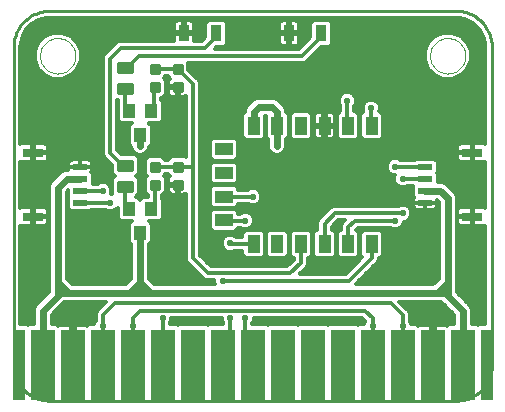
<source format=gtl>
G75*
G70*
%OFA0B0*%
%FSLAX24Y24*%
%IPPOS*%
%LPD*%
%AMOC8*
5,1,8,0,0,1.08239X$1,22.5*
%
%ADD10C,0.0100*%
%ADD11R,0.0787X0.2362*%
%ADD12R,0.0394X0.2362*%
%ADD13C,0.0000*%
%ADD14R,0.0472X0.0197*%
%ADD15R,0.0709X0.0315*%
%ADD16R,0.0394X0.0591*%
%ADD17R,0.0591X0.0394*%
%ADD18R,0.0400X0.0450*%
%ADD19C,0.0088*%
%ADD20R,0.0354X0.0551*%
%ADD21C,0.0120*%
%ADD22C,0.0220*%
%ADD23C,0.0060*%
%ADD24C,0.0240*%
D10*
X000278Y001364D02*
X000278Y011956D01*
X000280Y012023D01*
X000286Y012090D01*
X000295Y012157D01*
X000308Y012223D01*
X000325Y012288D01*
X000345Y012352D01*
X000369Y012415D01*
X000397Y012477D01*
X000428Y012536D01*
X000462Y012594D01*
X000499Y012650D01*
X000540Y012704D01*
X000583Y012756D01*
X000629Y012805D01*
X000678Y012851D01*
X000730Y012894D01*
X000784Y012935D01*
X000840Y012972D01*
X000898Y013006D01*
X000957Y013037D01*
X001019Y013065D01*
X001082Y013089D01*
X001146Y013109D01*
X001211Y013126D01*
X001277Y013139D01*
X001344Y013148D01*
X001411Y013154D01*
X001478Y013156D01*
X015022Y013156D01*
X015089Y013154D01*
X015156Y013148D01*
X015223Y013139D01*
X015289Y013126D01*
X015354Y013109D01*
X015418Y013089D01*
X015481Y013065D01*
X015543Y013037D01*
X015602Y013006D01*
X015660Y012972D01*
X015716Y012935D01*
X015770Y012894D01*
X015822Y012851D01*
X015871Y012805D01*
X015917Y012756D01*
X015960Y012704D01*
X016001Y012650D01*
X016038Y012594D01*
X016072Y012536D01*
X016103Y012477D01*
X016131Y012415D01*
X016155Y012352D01*
X016175Y012288D01*
X016192Y012223D01*
X016205Y012157D01*
X016214Y012090D01*
X016220Y012023D01*
X016222Y011956D01*
X016222Y001364D01*
X016220Y001297D01*
X016214Y001230D01*
X016205Y001163D01*
X016192Y001097D01*
X016175Y001032D01*
X016155Y000968D01*
X016131Y000905D01*
X016103Y000843D01*
X016072Y000784D01*
X016038Y000726D01*
X016001Y000670D01*
X015960Y000616D01*
X015917Y000564D01*
X015871Y000515D01*
X015822Y000469D01*
X015770Y000426D01*
X015716Y000385D01*
X015660Y000348D01*
X015602Y000314D01*
X015543Y000283D01*
X015481Y000255D01*
X015418Y000231D01*
X015354Y000211D01*
X015289Y000194D01*
X015223Y000181D01*
X015156Y000172D01*
X015089Y000166D01*
X015022Y000164D01*
X001478Y000164D01*
X001411Y000166D01*
X001344Y000172D01*
X001277Y000181D01*
X001211Y000194D01*
X001146Y000211D01*
X001082Y000231D01*
X001019Y000255D01*
X000957Y000283D01*
X000898Y000314D01*
X000840Y000348D01*
X000784Y000385D01*
X000730Y000426D01*
X000678Y000469D01*
X000629Y000515D01*
X000583Y000564D01*
X000540Y000616D01*
X000499Y000670D01*
X000462Y000726D01*
X000428Y000784D01*
X000397Y000843D01*
X000369Y000905D01*
X000345Y000968D01*
X000325Y001032D01*
X000308Y001097D01*
X000295Y001163D01*
X000286Y001230D01*
X000280Y001297D01*
X000278Y001364D01*
X004225Y007160D02*
X004225Y007460D01*
X004225Y007160D02*
X003775Y007160D01*
X003775Y007460D01*
X004225Y007460D01*
X004225Y007259D02*
X003775Y007259D01*
X003775Y007358D02*
X004225Y007358D01*
X004225Y007457D02*
X003775Y007457D01*
X004225Y007860D02*
X004225Y008160D01*
X004225Y007860D02*
X003775Y007860D01*
X003775Y008160D01*
X004225Y008160D01*
X004225Y007959D02*
X003775Y007959D01*
X003775Y008058D02*
X004225Y008058D01*
X004225Y008157D02*
X003775Y008157D01*
X004225Y010410D02*
X004225Y010710D01*
X004225Y010410D02*
X003775Y010410D01*
X003775Y010710D01*
X004225Y010710D01*
X004225Y010509D02*
X003775Y010509D01*
X003775Y010608D02*
X004225Y010608D01*
X004225Y010707D02*
X003775Y010707D01*
X004225Y011110D02*
X004225Y011410D01*
X004225Y011110D02*
X003775Y011110D01*
X003775Y011410D01*
X004225Y011410D01*
X004225Y011209D02*
X003775Y011209D01*
X003775Y011308D02*
X004225Y011308D01*
X004225Y011407D02*
X003775Y011407D01*
D11*
X004250Y001348D03*
X003250Y001348D03*
X002250Y001348D03*
X001250Y001348D03*
X005250Y001348D03*
X006250Y001348D03*
X007250Y001348D03*
X008250Y001348D03*
X009250Y001348D03*
X010250Y001348D03*
X011250Y001348D03*
X012250Y001348D03*
X013250Y001348D03*
X014250Y001348D03*
X015250Y001348D03*
D12*
X016045Y001348D03*
X000455Y001348D03*
D13*
X001159Y011660D02*
X001161Y011708D01*
X001167Y011756D01*
X001177Y011803D01*
X001190Y011849D01*
X001208Y011894D01*
X001228Y011938D01*
X001253Y011980D01*
X001281Y012019D01*
X001311Y012056D01*
X001345Y012090D01*
X001382Y012122D01*
X001420Y012151D01*
X001461Y012176D01*
X001504Y012198D01*
X001549Y012216D01*
X001595Y012230D01*
X001642Y012241D01*
X001690Y012248D01*
X001738Y012251D01*
X001786Y012250D01*
X001834Y012245D01*
X001882Y012236D01*
X001928Y012224D01*
X001973Y012207D01*
X002017Y012187D01*
X002059Y012164D01*
X002099Y012137D01*
X002137Y012107D01*
X002172Y012074D01*
X002204Y012038D01*
X002234Y012000D01*
X002260Y011959D01*
X002282Y011916D01*
X002302Y011872D01*
X002317Y011827D01*
X002329Y011780D01*
X002337Y011732D01*
X002341Y011684D01*
X002341Y011636D01*
X002337Y011588D01*
X002329Y011540D01*
X002317Y011493D01*
X002302Y011448D01*
X002282Y011404D01*
X002260Y011361D01*
X002234Y011320D01*
X002204Y011282D01*
X002172Y011246D01*
X002137Y011213D01*
X002099Y011183D01*
X002059Y011156D01*
X002017Y011133D01*
X001973Y011113D01*
X001928Y011096D01*
X001882Y011084D01*
X001834Y011075D01*
X001786Y011070D01*
X001738Y011069D01*
X001690Y011072D01*
X001642Y011079D01*
X001595Y011090D01*
X001549Y011104D01*
X001504Y011122D01*
X001461Y011144D01*
X001420Y011169D01*
X001382Y011198D01*
X001345Y011230D01*
X001311Y011264D01*
X001281Y011301D01*
X001253Y011340D01*
X001228Y011382D01*
X001208Y011426D01*
X001190Y011471D01*
X001177Y011517D01*
X001167Y011564D01*
X001161Y011612D01*
X001159Y011660D01*
X014159Y011660D02*
X014161Y011708D01*
X014167Y011756D01*
X014177Y011803D01*
X014190Y011849D01*
X014208Y011894D01*
X014228Y011938D01*
X014253Y011980D01*
X014281Y012019D01*
X014311Y012056D01*
X014345Y012090D01*
X014382Y012122D01*
X014420Y012151D01*
X014461Y012176D01*
X014504Y012198D01*
X014549Y012216D01*
X014595Y012230D01*
X014642Y012241D01*
X014690Y012248D01*
X014738Y012251D01*
X014786Y012250D01*
X014834Y012245D01*
X014882Y012236D01*
X014928Y012224D01*
X014973Y012207D01*
X015017Y012187D01*
X015059Y012164D01*
X015099Y012137D01*
X015137Y012107D01*
X015172Y012074D01*
X015204Y012038D01*
X015234Y012000D01*
X015260Y011959D01*
X015282Y011916D01*
X015302Y011872D01*
X015317Y011827D01*
X015329Y011780D01*
X015337Y011732D01*
X015341Y011684D01*
X015341Y011636D01*
X015337Y011588D01*
X015329Y011540D01*
X015317Y011493D01*
X015302Y011448D01*
X015282Y011404D01*
X015260Y011361D01*
X015234Y011320D01*
X015204Y011282D01*
X015172Y011246D01*
X015137Y011213D01*
X015099Y011183D01*
X015059Y011156D01*
X015017Y011133D01*
X014973Y011113D01*
X014928Y011096D01*
X014882Y011084D01*
X014834Y011075D01*
X014786Y011070D01*
X014738Y011069D01*
X014690Y011072D01*
X014642Y011079D01*
X014595Y011090D01*
X014549Y011104D01*
X014504Y011122D01*
X014461Y011144D01*
X014420Y011169D01*
X014382Y011198D01*
X014345Y011230D01*
X014311Y011264D01*
X014281Y011301D01*
X014253Y011340D01*
X014228Y011382D01*
X014208Y011426D01*
X014190Y011471D01*
X014177Y011517D01*
X014167Y011564D01*
X014161Y011612D01*
X014159Y011660D01*
D14*
X014000Y007951D03*
X014000Y007557D03*
X014000Y007163D03*
X014000Y006769D03*
X002500Y006769D03*
X002500Y007163D03*
X002500Y007557D03*
X002500Y007951D03*
D15*
X000925Y008423D03*
X000925Y006297D03*
X015575Y006297D03*
X015575Y008423D03*
D16*
X012219Y009329D03*
X011431Y009329D03*
X010644Y009329D03*
X009856Y009329D03*
X009069Y009329D03*
X008281Y009329D03*
X008281Y005391D03*
X009069Y005391D03*
X009856Y005391D03*
X010644Y005391D03*
X011431Y005391D03*
X012219Y005391D03*
D17*
X007297Y006179D03*
X007297Y006966D03*
X007297Y007754D03*
X007297Y008541D03*
D18*
X004874Y009810D03*
X004126Y009810D03*
X004500Y009010D03*
X004126Y006560D03*
X004874Y006560D03*
X004500Y005760D03*
D19*
X005131Y007229D02*
X005131Y007491D01*
X005131Y007229D02*
X004869Y007229D01*
X004869Y007491D01*
X005131Y007491D01*
X005131Y007316D02*
X004869Y007316D01*
X004869Y007403D02*
X005131Y007403D01*
X005131Y007490D02*
X004869Y007490D01*
X005131Y007829D02*
X005131Y008091D01*
X005131Y007829D02*
X004869Y007829D01*
X004869Y008091D01*
X005131Y008091D01*
X005131Y007916D02*
X004869Y007916D01*
X004869Y008003D02*
X005131Y008003D01*
X005131Y008090D02*
X004869Y008090D01*
X005619Y008091D02*
X005619Y007829D01*
X005619Y008091D02*
X005881Y008091D01*
X005881Y007829D01*
X005619Y007829D01*
X005619Y007916D02*
X005881Y007916D01*
X005881Y008003D02*
X005619Y008003D01*
X005619Y008090D02*
X005881Y008090D01*
X005619Y007491D02*
X005619Y007229D01*
X005619Y007491D02*
X005881Y007491D01*
X005881Y007229D01*
X005619Y007229D01*
X005619Y007316D02*
X005881Y007316D01*
X005881Y007403D02*
X005619Y007403D01*
X005619Y007490D02*
X005881Y007490D01*
X005619Y010479D02*
X005619Y010741D01*
X005881Y010741D01*
X005881Y010479D01*
X005619Y010479D01*
X005619Y010566D02*
X005881Y010566D01*
X005881Y010653D02*
X005619Y010653D01*
X005619Y010740D02*
X005881Y010740D01*
X005619Y011079D02*
X005619Y011341D01*
X005881Y011341D01*
X005881Y011079D01*
X005619Y011079D01*
X005619Y011166D02*
X005881Y011166D01*
X005881Y011253D02*
X005619Y011253D01*
X005619Y011340D02*
X005881Y011340D01*
X005131Y011341D02*
X005131Y011079D01*
X004869Y011079D01*
X004869Y011341D01*
X005131Y011341D01*
X005131Y011166D02*
X004869Y011166D01*
X004869Y011253D02*
X005131Y011253D01*
X005131Y011340D02*
X004869Y011340D01*
X005131Y010741D02*
X005131Y010479D01*
X004869Y010479D01*
X004869Y010741D01*
X005131Y010741D01*
X005131Y010566D02*
X004869Y010566D01*
X004869Y010653D02*
X005131Y010653D01*
X005131Y010740D02*
X004869Y010740D01*
D20*
X005969Y012410D03*
X007031Y012410D03*
X009469Y012410D03*
X010531Y012410D03*
D21*
X010531Y012291D01*
X010125Y011885D01*
X010050Y011810D01*
X009900Y011660D01*
X004450Y011660D01*
X004050Y011260D01*
X004000Y011260D01*
X003500Y011560D02*
X003850Y011910D01*
X006650Y011910D01*
X007031Y012291D01*
X007031Y012410D01*
X006674Y012467D02*
X006306Y012467D01*
X006306Y012439D02*
X006306Y012707D01*
X006295Y012747D01*
X006274Y012784D01*
X006244Y012814D01*
X006207Y012835D01*
X006167Y012846D01*
X005997Y012846D01*
X005997Y012439D01*
X005940Y012439D01*
X005940Y012846D01*
X005770Y012846D01*
X005730Y012835D01*
X005693Y012814D01*
X005663Y012784D01*
X005642Y012747D01*
X005631Y012707D01*
X005631Y012439D01*
X005940Y012439D01*
X005940Y012381D01*
X005631Y012381D01*
X005631Y012150D01*
X003802Y012150D01*
X003714Y012113D01*
X003647Y012046D01*
X003297Y011696D01*
X003260Y011608D01*
X003260Y008362D01*
X003297Y008274D01*
X003364Y008207D01*
X003545Y008026D01*
X003545Y007765D01*
X003650Y007660D01*
X003545Y007555D01*
X003545Y007065D01*
X003561Y007049D01*
X003558Y007050D01*
X003518Y007050D01*
X003540Y007102D01*
X003540Y007218D01*
X003496Y007324D01*
X003414Y007406D01*
X003308Y007450D01*
X003192Y007450D01*
X003086Y007406D01*
X003080Y007400D01*
X002916Y007400D01*
X002916Y007730D01*
X002874Y007772D01*
X002885Y007790D01*
X002896Y007831D01*
X002896Y007951D01*
X002896Y008070D01*
X002885Y008111D01*
X002864Y008147D01*
X002834Y008177D01*
X002798Y008198D01*
X002757Y008209D01*
X002500Y008209D01*
X002243Y008209D01*
X002202Y008198D01*
X002166Y008177D01*
X002136Y008147D01*
X002115Y008111D01*
X002104Y008070D01*
X002104Y007951D01*
X002500Y007951D01*
X002500Y008209D01*
X002500Y007951D01*
X002500Y007951D01*
X002500Y007951D01*
X002896Y007951D01*
X002500Y007951D01*
X002500Y007951D01*
X002104Y007951D01*
X002104Y007857D01*
X001987Y007857D01*
X001877Y007811D01*
X001580Y007514D01*
X001496Y007430D01*
X001450Y007320D01*
X001450Y003784D01*
X000996Y003330D01*
X000950Y003220D01*
X000950Y002709D01*
X000782Y002709D01*
X000754Y002681D01*
X000726Y002709D01*
X000508Y002709D01*
X000508Y005991D01*
X000509Y005990D01*
X000550Y005980D01*
X000906Y005980D01*
X000906Y006278D01*
X000944Y006278D01*
X000944Y005980D01*
X001301Y005980D01*
X001341Y005990D01*
X001378Y006011D01*
X001408Y006041D01*
X001429Y006078D01*
X001440Y006118D01*
X001440Y006278D01*
X000944Y006278D01*
X000944Y006316D01*
X000906Y006316D01*
X000906Y006614D01*
X000550Y006614D01*
X000509Y006604D01*
X000508Y006603D01*
X000508Y008117D01*
X000509Y008116D01*
X000550Y008106D01*
X000906Y008106D01*
X000906Y008404D01*
X000944Y008404D01*
X000944Y008106D01*
X001301Y008106D01*
X001341Y008116D01*
X001378Y008137D01*
X001408Y008167D01*
X001429Y008204D01*
X001440Y008244D01*
X001440Y008404D01*
X000944Y008404D01*
X000944Y008442D01*
X000906Y008442D01*
X000906Y008740D01*
X000550Y008740D01*
X000509Y008730D01*
X000508Y008729D01*
X000508Y011956D01*
X000516Y012083D01*
X000581Y012327D01*
X000708Y012547D01*
X000887Y012726D01*
X001106Y012852D01*
X001351Y012918D01*
X001478Y012926D01*
X015022Y012926D01*
X015149Y012918D01*
X015394Y012852D01*
X015613Y012726D01*
X015792Y012547D01*
X015919Y012327D01*
X015984Y012083D01*
X015992Y011956D01*
X015992Y008729D01*
X015991Y008730D01*
X015950Y008740D01*
X015594Y008740D01*
X015594Y008442D01*
X015556Y008442D01*
X015556Y008740D01*
X015199Y008740D01*
X015159Y008730D01*
X015122Y008709D01*
X015092Y008679D01*
X015071Y008642D01*
X015060Y008602D01*
X015060Y008442D01*
X015556Y008442D01*
X015556Y008404D01*
X015594Y008404D01*
X015594Y008106D01*
X015950Y008106D01*
X015991Y008116D01*
X015992Y008117D01*
X015992Y006603D01*
X015991Y006604D01*
X015950Y006614D01*
X015594Y006614D01*
X015594Y006316D01*
X015556Y006316D01*
X015556Y006614D01*
X015199Y006614D01*
X015159Y006604D01*
X015122Y006583D01*
X015092Y006553D01*
X015071Y006516D01*
X015060Y006476D01*
X015060Y006316D01*
X015556Y006316D01*
X015556Y006278D01*
X015594Y006278D01*
X015594Y005980D01*
X015950Y005980D01*
X015991Y005990D01*
X015992Y005991D01*
X015992Y002709D01*
X015774Y002709D01*
X015746Y002681D01*
X015718Y002709D01*
X015550Y002709D01*
X015550Y003220D01*
X015504Y003330D01*
X015420Y003414D01*
X015050Y003784D01*
X015050Y006970D01*
X015004Y007080D01*
X014667Y007417D01*
X014557Y007463D01*
X014416Y007463D01*
X014416Y007730D01*
X014392Y007754D01*
X014416Y007778D01*
X014416Y008124D01*
X014311Y008229D01*
X013689Y008229D01*
X013660Y008200D01*
X013170Y008200D01*
X013164Y008206D01*
X013058Y008250D01*
X012942Y008250D01*
X012836Y008206D01*
X012754Y008124D01*
X012710Y008018D01*
X012710Y007902D01*
X012754Y007796D01*
X012836Y007714D01*
X012942Y007670D01*
X012982Y007670D01*
X012960Y007618D01*
X012960Y007502D01*
X013004Y007396D01*
X013086Y007314D01*
X013192Y007270D01*
X013308Y007270D01*
X013414Y007314D01*
X013420Y007320D01*
X013584Y007320D01*
X013584Y006990D01*
X013626Y006948D01*
X013615Y006930D01*
X013604Y006889D01*
X013604Y006769D01*
X013604Y006650D01*
X013615Y006609D01*
X013636Y006573D01*
X013666Y006543D01*
X013702Y006522D01*
X013743Y006511D01*
X014000Y006511D01*
X014257Y006511D01*
X014298Y006522D01*
X014334Y006543D01*
X014364Y006573D01*
X014385Y006609D01*
X014396Y006650D01*
X014396Y006769D01*
X014000Y006769D01*
X014000Y006511D01*
X014000Y006769D01*
X014000Y006769D01*
X014000Y006769D01*
X013604Y006769D01*
X014000Y006769D01*
X014000Y006769D01*
X014396Y006769D01*
X014396Y006840D01*
X014450Y006786D01*
X014450Y004234D01*
X014276Y004060D01*
X011689Y004060D01*
X012422Y004793D01*
X012459Y004881D01*
X012459Y004916D01*
X012490Y004916D01*
X012595Y005022D01*
X012595Y005761D01*
X012490Y005867D01*
X011947Y005867D01*
X011842Y005761D01*
X011842Y005022D01*
X011907Y004956D01*
X011351Y004400D01*
X009829Y004400D01*
X010060Y004630D01*
X010096Y004719D01*
X010096Y004916D01*
X010128Y004916D01*
X010233Y005022D01*
X010233Y005761D01*
X010128Y005867D01*
X009585Y005867D01*
X009479Y005761D01*
X009479Y005022D01*
X009585Y004916D01*
X009616Y004916D01*
X009616Y004866D01*
X009401Y004650D01*
X006849Y004650D01*
X006490Y005009D01*
X006490Y010758D01*
X006453Y010846D01*
X006105Y011194D01*
X006105Y011420D01*
X009948Y011420D01*
X010036Y011457D01*
X010253Y011674D01*
X010328Y011749D01*
X010534Y011954D01*
X010783Y011954D01*
X010889Y012060D01*
X010889Y012760D01*
X010783Y012866D01*
X010280Y012866D01*
X010174Y012760D01*
X010174Y012274D01*
X009989Y012088D01*
X009914Y012013D01*
X009801Y011900D01*
X006979Y011900D01*
X007034Y011954D01*
X007283Y011954D01*
X007389Y012060D01*
X007389Y012760D01*
X007283Y012866D01*
X006780Y012866D01*
X006674Y012760D01*
X006674Y012274D01*
X006551Y012150D01*
X006306Y012150D01*
X006306Y012381D01*
X005997Y012381D01*
X005997Y012439D01*
X006306Y012439D01*
X006306Y012348D02*
X006674Y012348D01*
X006630Y012230D02*
X006306Y012230D01*
X005997Y012467D02*
X005940Y012467D01*
X005940Y012585D02*
X005997Y012585D01*
X005997Y012704D02*
X005940Y012704D01*
X005940Y012822D02*
X005997Y012822D01*
X006229Y012822D02*
X006736Y012822D01*
X006674Y012704D02*
X006306Y012704D01*
X006306Y012585D02*
X006674Y012585D01*
X007327Y012822D02*
X009208Y012822D01*
X009193Y012814D02*
X009163Y012784D01*
X009142Y012747D01*
X009131Y012707D01*
X009131Y012439D01*
X009440Y012439D01*
X009440Y012846D01*
X009270Y012846D01*
X009230Y012835D01*
X009193Y012814D01*
X009131Y012704D02*
X007389Y012704D01*
X007389Y012585D02*
X009131Y012585D01*
X009131Y012467D02*
X007389Y012467D01*
X007389Y012348D02*
X009131Y012348D01*
X009131Y012381D02*
X009131Y012113D01*
X009142Y012073D01*
X009163Y012036D01*
X009193Y012006D01*
X009230Y011985D01*
X009270Y011974D01*
X009440Y011974D01*
X009440Y012381D01*
X009497Y012381D01*
X009497Y011974D01*
X009667Y011974D01*
X009707Y011985D01*
X009744Y012006D01*
X009774Y012036D01*
X009795Y012073D01*
X009806Y012113D01*
X009806Y012381D01*
X009497Y012381D01*
X009497Y012439D01*
X009440Y012439D01*
X009440Y012381D01*
X009131Y012381D01*
X009131Y012230D02*
X007389Y012230D01*
X007389Y012111D02*
X009132Y012111D01*
X009217Y011993D02*
X007321Y011993D01*
X006255Y011045D02*
X014276Y011045D01*
X014314Y011007D02*
X014097Y011224D01*
X013979Y011507D01*
X013979Y011813D01*
X014097Y012096D01*
X014314Y012313D01*
X014597Y012431D01*
X014903Y012431D01*
X015186Y012313D01*
X015403Y012096D01*
X015521Y011813D01*
X015521Y011507D01*
X015403Y011224D01*
X015186Y011007D01*
X014903Y010889D01*
X014597Y010889D01*
X014314Y011007D01*
X014508Y010926D02*
X006373Y010926D01*
X006469Y010808D02*
X015992Y010808D01*
X015992Y010926D02*
X014992Y010926D01*
X015224Y011045D02*
X015992Y011045D01*
X015992Y011163D02*
X015343Y011163D01*
X015427Y011282D02*
X015992Y011282D01*
X015992Y011400D02*
X015476Y011400D01*
X015521Y011519D02*
X015992Y011519D01*
X015992Y011637D02*
X015521Y011637D01*
X015521Y011756D02*
X015992Y011756D01*
X015992Y011874D02*
X015495Y011874D01*
X015446Y011993D02*
X015990Y011993D01*
X015977Y012111D02*
X015389Y012111D01*
X015270Y012230D02*
X015945Y012230D01*
X015907Y012348D02*
X015103Y012348D01*
X015446Y012822D02*
X010827Y012822D01*
X010889Y012704D02*
X015635Y012704D01*
X015754Y012585D02*
X010889Y012585D01*
X010889Y012467D02*
X015838Y012467D01*
X014397Y012348D02*
X010889Y012348D01*
X010889Y012230D02*
X014230Y012230D01*
X014111Y012111D02*
X010889Y012111D01*
X010821Y011993D02*
X014054Y011993D01*
X014005Y011874D02*
X010453Y011874D01*
X010335Y011756D02*
X013979Y011756D01*
X013979Y011637D02*
X010216Y011637D01*
X010098Y011519D02*
X013979Y011519D01*
X014024Y011400D02*
X006105Y011400D01*
X006105Y011282D02*
X014073Y011282D01*
X014157Y011163D02*
X006136Y011163D01*
X005750Y011210D02*
X006250Y010710D01*
X006250Y007960D01*
X005750Y007960D01*
X005000Y007960D01*
X004645Y007964D02*
X004455Y007964D01*
X004455Y008082D02*
X004645Y008082D01*
X004645Y008184D02*
X004645Y007736D01*
X004721Y007660D01*
X004645Y007584D01*
X004645Y007136D01*
X004760Y007021D01*
X004760Y006965D01*
X004599Y006965D01*
X004500Y006866D01*
X004401Y006965D01*
X004355Y006965D01*
X004455Y007065D01*
X004455Y007555D01*
X004350Y007660D01*
X004455Y007765D01*
X004455Y008255D01*
X004320Y008390D01*
X003859Y008390D01*
X003740Y008509D01*
X003740Y010180D01*
X003760Y010180D01*
X003760Y010124D01*
X003746Y010110D01*
X003746Y009510D01*
X003851Y009405D01*
X004215Y009405D01*
X004120Y009310D01*
X004120Y008710D01*
X004200Y008630D01*
X004200Y008600D01*
X004246Y008490D01*
X004330Y008406D01*
X004440Y008360D01*
X004560Y008360D01*
X004670Y008406D01*
X004754Y008490D01*
X004800Y008600D01*
X004800Y008630D01*
X004880Y008710D01*
X004880Y009310D01*
X004785Y009405D01*
X005149Y009405D01*
X005254Y009510D01*
X005254Y010110D01*
X005190Y010174D01*
X005190Y010255D01*
X005224Y010255D01*
X005355Y010386D01*
X005355Y010834D01*
X005279Y010910D01*
X005339Y010970D01*
X005411Y010970D01*
X005485Y010896D01*
X005456Y010866D01*
X005429Y010820D01*
X005415Y010768D01*
X005415Y010638D01*
X005722Y010638D01*
X005722Y010582D01*
X005778Y010582D01*
X005778Y010275D01*
X005908Y010275D01*
X005960Y010289D01*
X006006Y010316D01*
X006010Y010319D01*
X006010Y008279D01*
X005974Y008315D01*
X005526Y008315D01*
X005411Y008200D01*
X005339Y008200D01*
X005224Y008315D01*
X004776Y008315D01*
X004645Y008184D01*
X004662Y008201D02*
X004455Y008201D01*
X004391Y008319D02*
X006010Y008319D01*
X006010Y008438D02*
X004702Y008438D01*
X004782Y008556D02*
X006010Y008556D01*
X006010Y008675D02*
X004844Y008675D01*
X004880Y008793D02*
X006010Y008793D01*
X006010Y008912D02*
X004880Y008912D01*
X004880Y009030D02*
X006010Y009030D01*
X006010Y009149D02*
X004880Y009149D01*
X004880Y009267D02*
X006010Y009267D01*
X006010Y009386D02*
X004804Y009386D01*
X005248Y009504D02*
X006010Y009504D01*
X006010Y009623D02*
X005254Y009623D01*
X005254Y009741D02*
X006010Y009741D01*
X006010Y009860D02*
X005254Y009860D01*
X005254Y009978D02*
X006010Y009978D01*
X006010Y010097D02*
X005254Y010097D01*
X005190Y010215D02*
X006010Y010215D01*
X005778Y010334D02*
X005722Y010334D01*
X005722Y010275D02*
X005722Y010582D01*
X005415Y010582D01*
X005415Y010452D01*
X005355Y010452D01*
X005415Y010452D02*
X005429Y010400D01*
X005456Y010354D01*
X005494Y010316D01*
X005540Y010289D01*
X005592Y010275D01*
X005722Y010275D01*
X005722Y010452D02*
X005778Y010452D01*
X005778Y010571D02*
X005722Y010571D01*
X005415Y010571D02*
X005355Y010571D01*
X005355Y010689D02*
X005415Y010689D01*
X005426Y010808D02*
X005355Y010808D01*
X005295Y010926D02*
X005455Y010926D01*
X005750Y011210D02*
X005000Y011210D01*
X005000Y010610D02*
X004950Y010610D01*
X004950Y009886D01*
X004874Y009810D01*
X005302Y010334D02*
X005476Y010334D01*
X006490Y010334D02*
X011163Y010334D01*
X011154Y010324D02*
X011236Y010406D01*
X011342Y010450D01*
X011458Y010450D01*
X011564Y010406D01*
X011646Y010324D01*
X011690Y010218D01*
X011690Y010102D01*
X011646Y009996D01*
X011640Y009990D01*
X011640Y009804D01*
X011703Y009804D01*
X011808Y009698D01*
X011808Y008959D01*
X011703Y008853D01*
X011160Y008853D01*
X011054Y008959D01*
X011054Y009698D01*
X011160Y009804D01*
X011160Y009804D01*
X011160Y009990D01*
X011154Y009996D01*
X011110Y010102D01*
X011110Y010218D01*
X011154Y010324D01*
X011110Y010215D02*
X009068Y010215D01*
X009070Y010214D02*
X008960Y010260D01*
X008390Y010260D01*
X008280Y010214D01*
X008112Y010046D01*
X008027Y009961D01*
X007981Y009851D01*
X007981Y009775D01*
X007905Y009698D01*
X007905Y008959D01*
X008010Y008853D01*
X008553Y008853D01*
X008658Y008959D01*
X008658Y009660D01*
X008692Y009660D01*
X008692Y008959D01*
X008769Y008882D01*
X008769Y008765D01*
X008750Y008720D01*
X008750Y008600D01*
X008796Y008490D01*
X008880Y008406D01*
X008990Y008360D01*
X009110Y008360D01*
X009220Y008406D01*
X009323Y008509D01*
X009369Y008619D01*
X009369Y008882D01*
X009446Y008959D01*
X009446Y009698D01*
X009369Y009775D01*
X009369Y009851D01*
X009323Y009961D01*
X009154Y010130D01*
X009070Y010214D01*
X009188Y010097D02*
X011112Y010097D01*
X011160Y009978D02*
X009306Y009978D01*
X009365Y009860D02*
X011160Y009860D01*
X011097Y009741D02*
X010950Y009741D01*
X010939Y009752D02*
X010902Y009773D01*
X010862Y009784D01*
X010682Y009784D01*
X010682Y009367D01*
X010605Y009367D01*
X010605Y009290D01*
X010287Y009290D01*
X010287Y009012D01*
X010298Y008971D01*
X010319Y008935D01*
X010349Y008905D01*
X010385Y008884D01*
X010426Y008873D01*
X010605Y008873D01*
X010605Y009290D01*
X010682Y009290D01*
X010682Y008873D01*
X010862Y008873D01*
X010902Y008884D01*
X010939Y008905D01*
X010969Y008935D01*
X010990Y008971D01*
X011001Y009012D01*
X011001Y009290D01*
X010682Y009290D01*
X010682Y009367D01*
X011001Y009367D01*
X011001Y009645D01*
X010990Y009686D01*
X010969Y009722D01*
X010939Y009752D01*
X011001Y009623D02*
X011054Y009623D01*
X011054Y009504D02*
X011001Y009504D01*
X011001Y009386D02*
X011054Y009386D01*
X011054Y009267D02*
X011001Y009267D01*
X011001Y009149D02*
X011054Y009149D01*
X011054Y009030D02*
X011001Y009030D01*
X010945Y008912D02*
X011101Y008912D01*
X010682Y008912D02*
X010605Y008912D01*
X010605Y009030D02*
X010682Y009030D01*
X010682Y009149D02*
X010605Y009149D01*
X010605Y009267D02*
X010682Y009267D01*
X010682Y009386D02*
X010605Y009386D01*
X010605Y009367D02*
X010605Y009784D01*
X010426Y009784D01*
X010385Y009773D01*
X010349Y009752D01*
X010319Y009722D01*
X010298Y009686D01*
X010287Y009645D01*
X010287Y009367D01*
X010605Y009367D01*
X010605Y009504D02*
X010682Y009504D01*
X010682Y009623D02*
X010605Y009623D01*
X010605Y009741D02*
X010682Y009741D01*
X010338Y009741D02*
X010190Y009741D01*
X010233Y009698D02*
X010128Y009804D01*
X009585Y009804D01*
X009479Y009698D01*
X009479Y008959D01*
X009585Y008853D01*
X010128Y008853D01*
X010233Y008959D01*
X010233Y009698D01*
X010233Y009623D02*
X010287Y009623D01*
X010287Y009504D02*
X010233Y009504D01*
X010233Y009386D02*
X010287Y009386D01*
X010287Y009267D02*
X010233Y009267D01*
X010233Y009149D02*
X010287Y009149D01*
X010287Y009030D02*
X010233Y009030D01*
X010186Y008912D02*
X010342Y008912D01*
X009527Y008912D02*
X009399Y008912D01*
X009369Y008793D02*
X015992Y008793D01*
X015992Y008912D02*
X012548Y008912D01*
X012595Y008959D02*
X012490Y008853D01*
X011947Y008853D01*
X011842Y008959D01*
X011842Y009698D01*
X011935Y009792D01*
X011910Y009852D01*
X011910Y009968D01*
X011954Y010074D01*
X012036Y010156D01*
X012142Y010200D01*
X012258Y010200D01*
X012364Y010156D01*
X012446Y010074D01*
X012490Y009968D01*
X012490Y009852D01*
X012470Y009804D01*
X012490Y009804D01*
X012595Y009698D01*
X012595Y008959D01*
X012595Y009030D02*
X015992Y009030D01*
X015992Y009149D02*
X012595Y009149D01*
X012595Y009267D02*
X015992Y009267D01*
X015992Y009386D02*
X012595Y009386D01*
X012595Y009504D02*
X015992Y009504D01*
X015992Y009623D02*
X012595Y009623D01*
X012553Y009741D02*
X015992Y009741D01*
X015992Y009860D02*
X012490Y009860D01*
X012486Y009978D02*
X015992Y009978D01*
X015992Y010097D02*
X012424Y010097D01*
X012200Y009910D02*
X012200Y009347D01*
X012219Y009329D01*
X011842Y009386D02*
X011808Y009386D01*
X011808Y009504D02*
X011842Y009504D01*
X011842Y009623D02*
X011808Y009623D01*
X011765Y009741D02*
X011884Y009741D01*
X011910Y009860D02*
X011640Y009860D01*
X011640Y009978D02*
X011914Y009978D01*
X011976Y010097D02*
X011688Y010097D01*
X011690Y010215D02*
X015992Y010215D01*
X015992Y010334D02*
X011637Y010334D01*
X011400Y010160D02*
X011400Y009360D01*
X011431Y009329D01*
X011808Y009267D02*
X011842Y009267D01*
X011842Y009149D02*
X011808Y009149D01*
X011808Y009030D02*
X011842Y009030D01*
X011889Y008912D02*
X011761Y008912D01*
X012737Y008082D02*
X007716Y008082D01*
X007667Y008131D02*
X007773Y008025D01*
X007773Y007482D01*
X007667Y007377D01*
X006927Y007377D01*
X006822Y007482D01*
X006822Y008025D01*
X006927Y008131D01*
X007667Y008131D01*
X007667Y008164D02*
X007773Y008270D01*
X007773Y008813D01*
X007667Y008918D01*
X006927Y008918D01*
X006822Y008813D01*
X006822Y008270D01*
X006927Y008164D01*
X007667Y008164D01*
X007703Y008201D02*
X012830Y008201D01*
X012710Y007964D02*
X007773Y007964D01*
X007773Y007845D02*
X012734Y007845D01*
X012823Y007727D02*
X007773Y007727D01*
X007773Y007608D02*
X012960Y007608D01*
X012965Y007490D02*
X007773Y007490D01*
X007667Y007343D02*
X006927Y007343D01*
X006822Y007238D01*
X006822Y006695D01*
X006927Y006589D01*
X007667Y006589D01*
X007773Y006695D01*
X007773Y006720D01*
X008080Y006720D01*
X008086Y006714D01*
X008192Y006670D01*
X008308Y006670D01*
X008414Y006714D01*
X008496Y006796D01*
X008540Y006902D01*
X008540Y007018D01*
X008496Y007124D01*
X008414Y007206D01*
X008308Y007250D01*
X008192Y007250D01*
X008086Y007206D01*
X008080Y007200D01*
X007773Y007200D01*
X007773Y007238D01*
X007667Y007343D01*
X007758Y007253D02*
X013584Y007253D01*
X013584Y007134D02*
X008486Y007134D01*
X008540Y007016D02*
X013584Y007016D01*
X013606Y006897D02*
X008538Y006897D01*
X008479Y006779D02*
X013604Y006779D01*
X013604Y006660D02*
X013404Y006660D01*
X013414Y006656D02*
X013308Y006700D01*
X013192Y006700D01*
X013086Y006656D01*
X013080Y006650D01*
X010952Y006650D01*
X010864Y006613D01*
X010797Y006546D01*
X010440Y006190D01*
X010404Y006101D01*
X010404Y005867D01*
X010372Y005867D01*
X010267Y005761D01*
X010267Y005022D01*
X010372Y004916D01*
X010915Y004916D01*
X011021Y005022D01*
X011021Y005761D01*
X010915Y005867D01*
X010884Y005867D01*
X010884Y005954D01*
X011099Y006170D01*
X011321Y006170D01*
X011228Y006077D01*
X011191Y005989D01*
X011191Y005867D01*
X011160Y005867D01*
X011054Y005761D01*
X011054Y005022D01*
X011160Y004916D01*
X011703Y004916D01*
X011808Y005022D01*
X011808Y005761D01*
X011703Y005867D01*
X011696Y005867D01*
X011749Y005920D01*
X012830Y005920D01*
X012836Y005914D01*
X012942Y005870D01*
X013058Y005870D01*
X013164Y005914D01*
X013246Y005996D01*
X013290Y006102D01*
X013290Y006120D01*
X013308Y006120D01*
X013414Y006164D01*
X013496Y006246D01*
X013540Y006352D01*
X013540Y006468D01*
X013496Y006574D01*
X013414Y006656D01*
X013509Y006541D02*
X013668Y006541D01*
X013540Y006423D02*
X014450Y006423D01*
X014450Y006304D02*
X013520Y006304D01*
X013436Y006186D02*
X014450Y006186D01*
X014450Y006067D02*
X013276Y006067D01*
X013199Y005949D02*
X014450Y005949D01*
X014450Y005830D02*
X012526Y005830D01*
X012595Y005712D02*
X014450Y005712D01*
X014450Y005593D02*
X012595Y005593D01*
X012595Y005475D02*
X014450Y005475D01*
X014450Y005356D02*
X012595Y005356D01*
X012595Y005238D02*
X014450Y005238D01*
X014450Y005119D02*
X012595Y005119D01*
X012575Y005001D02*
X014450Y005001D01*
X014450Y004882D02*
X012459Y004882D01*
X012393Y004764D02*
X014450Y004764D01*
X014450Y004645D02*
X012275Y004645D01*
X012156Y004527D02*
X014450Y004527D01*
X014450Y004408D02*
X012038Y004408D01*
X011919Y004290D02*
X014450Y004290D01*
X014387Y004171D02*
X011801Y004171D01*
X011450Y004160D02*
X007250Y004160D01*
X006960Y004170D02*
X006960Y004102D01*
X006978Y004060D01*
X004974Y004060D01*
X004800Y004234D01*
X004800Y005380D01*
X004880Y005460D01*
X004880Y006060D01*
X004785Y006155D01*
X005149Y006155D01*
X005254Y006260D01*
X005254Y006860D01*
X005240Y006874D01*
X005240Y007021D01*
X005355Y007136D01*
X005355Y007584D01*
X005279Y007660D01*
X005339Y007720D01*
X005411Y007720D01*
X005485Y007646D01*
X005456Y007616D01*
X005429Y007570D01*
X005415Y007518D01*
X005415Y007388D01*
X005722Y007388D01*
X005722Y007332D01*
X005778Y007332D01*
X005778Y007025D01*
X005908Y007025D01*
X005960Y007039D01*
X006006Y007066D01*
X006010Y007069D01*
X006010Y004862D01*
X006047Y004774D01*
X006114Y004707D01*
X006614Y004207D01*
X006702Y004170D01*
X006960Y004170D01*
X006699Y004171D02*
X004863Y004171D01*
X004800Y004290D02*
X006531Y004290D01*
X006412Y004408D02*
X004800Y004408D01*
X004800Y004527D02*
X006294Y004527D01*
X006175Y004645D02*
X004800Y004645D01*
X004800Y004764D02*
X006057Y004764D01*
X006010Y004882D02*
X004800Y004882D01*
X004800Y005001D02*
X006010Y005001D01*
X006010Y005119D02*
X004800Y005119D01*
X004800Y005238D02*
X006010Y005238D01*
X006010Y005356D02*
X004800Y005356D01*
X004880Y005475D02*
X006010Y005475D01*
X006010Y005593D02*
X004880Y005593D01*
X004880Y005712D02*
X006010Y005712D01*
X006010Y005830D02*
X004880Y005830D01*
X004880Y005949D02*
X006010Y005949D01*
X006010Y006067D02*
X004872Y006067D01*
X005180Y006186D02*
X006010Y006186D01*
X006010Y006304D02*
X005254Y006304D01*
X005254Y006423D02*
X006010Y006423D01*
X006010Y006541D02*
X005254Y006541D01*
X005254Y006660D02*
X006010Y006660D01*
X006010Y006779D02*
X005254Y006779D01*
X005240Y006897D02*
X006010Y006897D01*
X006010Y007016D02*
X005240Y007016D01*
X005353Y007134D02*
X005438Y007134D01*
X005429Y007150D02*
X005456Y007104D01*
X005494Y007066D01*
X005540Y007039D01*
X005592Y007025D01*
X005722Y007025D01*
X005722Y007332D01*
X005415Y007332D01*
X005415Y007202D01*
X005429Y007150D01*
X005415Y007253D02*
X005355Y007253D01*
X005355Y007371D02*
X005722Y007371D01*
X005722Y007253D02*
X005778Y007253D01*
X005778Y007134D02*
X005722Y007134D01*
X005415Y007490D02*
X005355Y007490D01*
X005331Y007608D02*
X005451Y007608D01*
X005000Y007360D02*
X005000Y006686D01*
X004874Y006560D01*
X004531Y006897D02*
X004469Y006897D01*
X004406Y007016D02*
X004760Y007016D01*
X004647Y007134D02*
X004455Y007134D01*
X004455Y007253D02*
X004645Y007253D01*
X004645Y007371D02*
X004455Y007371D01*
X004455Y007490D02*
X004645Y007490D01*
X004669Y007608D02*
X004402Y007608D01*
X004417Y007727D02*
X004655Y007727D01*
X004645Y007845D02*
X004455Y007845D01*
X004000Y008010D02*
X003900Y008010D01*
X003500Y008410D01*
X003500Y011560D01*
X003272Y011637D02*
X002521Y011637D01*
X002521Y011519D02*
X003260Y011519D01*
X003260Y011400D02*
X002476Y011400D01*
X002521Y011507D02*
X002403Y011224D01*
X002186Y011007D01*
X001903Y010889D01*
X001597Y010889D01*
X001314Y011007D01*
X001097Y011224D01*
X000979Y011507D01*
X000979Y011813D01*
X001097Y012096D01*
X001314Y012313D01*
X001597Y012431D01*
X001903Y012431D01*
X002186Y012313D01*
X002403Y012096D01*
X002521Y011813D01*
X002521Y011507D01*
X002427Y011282D02*
X003260Y011282D01*
X003260Y011163D02*
X002343Y011163D01*
X002224Y011045D02*
X003260Y011045D01*
X003260Y010926D02*
X001992Y010926D01*
X001508Y010926D02*
X000508Y010926D01*
X000508Y010808D02*
X003260Y010808D01*
X003260Y010689D02*
X000508Y010689D01*
X000508Y010571D02*
X003260Y010571D01*
X003260Y010452D02*
X000508Y010452D01*
X000508Y010334D02*
X003260Y010334D01*
X003260Y010215D02*
X000508Y010215D01*
X000508Y010097D02*
X003260Y010097D01*
X003260Y009978D02*
X000508Y009978D01*
X000508Y009860D02*
X003260Y009860D01*
X003260Y009741D02*
X000508Y009741D01*
X000508Y009623D02*
X003260Y009623D01*
X003260Y009504D02*
X000508Y009504D01*
X000508Y009386D02*
X003260Y009386D01*
X003260Y009267D02*
X000508Y009267D01*
X000508Y009149D02*
X003260Y009149D01*
X003260Y009030D02*
X000508Y009030D01*
X000508Y008912D02*
X003260Y008912D01*
X003260Y008793D02*
X000508Y008793D01*
X000906Y008675D02*
X000944Y008675D01*
X000944Y008740D02*
X000944Y008442D01*
X001440Y008442D01*
X001440Y008602D01*
X001429Y008642D01*
X001408Y008679D01*
X001378Y008709D01*
X001341Y008730D01*
X001301Y008740D01*
X000944Y008740D01*
X000944Y008556D02*
X000906Y008556D01*
X000944Y008438D02*
X003260Y008438D01*
X003260Y008556D02*
X001440Y008556D01*
X001410Y008675D02*
X003260Y008675D01*
X003278Y008319D02*
X001440Y008319D01*
X001427Y008201D02*
X002211Y008201D01*
X002107Y008082D02*
X000508Y008082D01*
X000508Y007964D02*
X002104Y007964D01*
X001959Y007845D02*
X000508Y007845D01*
X000508Y007727D02*
X001792Y007727D01*
X001674Y007608D02*
X000508Y007608D01*
X000508Y007490D02*
X001555Y007490D01*
X001471Y007371D02*
X000508Y007371D01*
X000508Y007253D02*
X001450Y007253D01*
X001450Y007134D02*
X000508Y007134D01*
X000508Y007016D02*
X001450Y007016D01*
X001450Y006897D02*
X000508Y006897D01*
X000508Y006779D02*
X001450Y006779D01*
X001450Y006660D02*
X000508Y006660D01*
X000906Y006541D02*
X000944Y006541D01*
X000944Y006614D02*
X000944Y006316D01*
X001440Y006316D01*
X001440Y006476D01*
X001429Y006516D01*
X001408Y006553D01*
X001378Y006583D01*
X001341Y006604D01*
X001301Y006614D01*
X000944Y006614D01*
X000944Y006423D02*
X000906Y006423D01*
X000944Y006304D02*
X001450Y006304D01*
X001440Y006186D02*
X001450Y006186D01*
X001450Y006067D02*
X001423Y006067D01*
X001450Y005949D02*
X000508Y005949D01*
X000508Y005830D02*
X001450Y005830D01*
X001450Y005712D02*
X000508Y005712D01*
X000508Y005593D02*
X001450Y005593D01*
X001450Y005475D02*
X000508Y005475D01*
X000508Y005356D02*
X001450Y005356D01*
X001450Y005238D02*
X000508Y005238D01*
X000508Y005119D02*
X001450Y005119D01*
X001450Y005001D02*
X000508Y005001D01*
X000508Y004882D02*
X001450Y004882D01*
X001450Y004764D02*
X000508Y004764D01*
X000508Y004645D02*
X001450Y004645D01*
X001450Y004527D02*
X000508Y004527D01*
X000508Y004408D02*
X001450Y004408D01*
X001450Y004290D02*
X000508Y004290D01*
X000508Y004171D02*
X001450Y004171D01*
X001450Y004053D02*
X000508Y004053D01*
X000508Y003934D02*
X001450Y003934D01*
X001450Y003816D02*
X000508Y003816D01*
X000508Y003697D02*
X001363Y003697D01*
X001245Y003579D02*
X000508Y003579D01*
X000508Y003460D02*
X001126Y003460D01*
X001008Y003342D02*
X000508Y003342D01*
X000508Y003223D02*
X000952Y003223D01*
X000950Y003105D02*
X000508Y003105D01*
X000508Y002986D02*
X000950Y002986D01*
X000950Y002868D02*
X000508Y002868D01*
X000508Y002749D02*
X000950Y002749D01*
X001550Y002749D02*
X002973Y002749D01*
X002960Y002718D02*
X002960Y002709D01*
X002782Y002709D01*
X002734Y002662D01*
X002705Y002678D01*
X002665Y002689D01*
X002310Y002689D01*
X002310Y001408D01*
X002190Y001408D01*
X002190Y002689D01*
X001835Y002689D01*
X001795Y002678D01*
X001766Y002662D01*
X001718Y002709D01*
X001550Y002709D01*
X001550Y003036D01*
X001920Y003406D01*
X001974Y003460D01*
X003361Y003460D01*
X003114Y003213D01*
X003047Y003146D01*
X003010Y003058D01*
X003010Y002830D01*
X003004Y002824D01*
X002960Y002718D01*
X003010Y002868D02*
X001550Y002868D01*
X001550Y002986D02*
X003010Y002986D01*
X003030Y003105D02*
X001619Y003105D01*
X001738Y003223D02*
X003124Y003223D01*
X003243Y003342D02*
X001856Y003342D01*
X001920Y003406D02*
X001920Y003406D01*
X002224Y004060D02*
X002050Y004234D01*
X002050Y007136D01*
X002084Y007170D01*
X002084Y006990D01*
X002108Y006966D01*
X002084Y006942D01*
X002084Y006596D01*
X002189Y006491D01*
X002811Y006491D01*
X002849Y006529D01*
X003320Y006529D01*
X003336Y006514D01*
X003442Y006470D01*
X003558Y006470D01*
X003664Y006514D01*
X003746Y006596D01*
X003746Y006260D01*
X003851Y006155D01*
X004215Y006155D01*
X004120Y006060D01*
X004120Y005460D01*
X004200Y005380D01*
X004200Y004234D01*
X004026Y004060D01*
X002224Y004060D01*
X002113Y004171D02*
X004137Y004171D01*
X004200Y004290D02*
X002050Y004290D01*
X002050Y004408D02*
X004200Y004408D01*
X004200Y004527D02*
X002050Y004527D01*
X002050Y004645D02*
X004200Y004645D01*
X004200Y004764D02*
X002050Y004764D01*
X002050Y004882D02*
X004200Y004882D01*
X004200Y005001D02*
X002050Y005001D01*
X002050Y005119D02*
X004200Y005119D01*
X004200Y005238D02*
X002050Y005238D01*
X002050Y005356D02*
X004200Y005356D01*
X004120Y005475D02*
X002050Y005475D01*
X002050Y005593D02*
X004120Y005593D01*
X004120Y005712D02*
X002050Y005712D01*
X002050Y005830D02*
X004120Y005830D01*
X004120Y005949D02*
X002050Y005949D01*
X002050Y006067D02*
X004128Y006067D01*
X003820Y006186D02*
X002050Y006186D01*
X002050Y006304D02*
X003746Y006304D01*
X003746Y006423D02*
X002050Y006423D01*
X002050Y006541D02*
X002139Y006541D01*
X002084Y006660D02*
X002050Y006660D01*
X002050Y006779D02*
X002084Y006779D01*
X002084Y006897D02*
X002050Y006897D01*
X002050Y007016D02*
X002084Y007016D01*
X002084Y007134D02*
X002050Y007134D01*
X002500Y007163D02*
X002503Y007160D01*
X003250Y007160D01*
X003449Y007371D02*
X003545Y007371D01*
X003545Y007253D02*
X003526Y007253D01*
X003540Y007134D02*
X003545Y007134D01*
X003545Y007490D02*
X002916Y007490D01*
X002916Y007608D02*
X003598Y007608D01*
X003583Y007727D02*
X002916Y007727D01*
X002896Y007845D02*
X003545Y007845D01*
X003545Y007964D02*
X002896Y007964D01*
X002893Y008082D02*
X003489Y008082D01*
X003370Y008201D02*
X002789Y008201D01*
X002500Y008201D02*
X002500Y008201D01*
X002500Y008082D02*
X002500Y008082D01*
X002500Y007964D02*
X002500Y007964D01*
X003740Y008556D02*
X004218Y008556D01*
X004156Y008675D02*
X003740Y008675D01*
X003740Y008793D02*
X004120Y008793D01*
X004120Y008912D02*
X003740Y008912D01*
X003740Y009030D02*
X004120Y009030D01*
X004120Y009149D02*
X003740Y009149D01*
X003740Y009267D02*
X004120Y009267D01*
X004196Y009386D02*
X003740Y009386D01*
X003740Y009504D02*
X003752Y009504D01*
X003740Y009623D02*
X003746Y009623D01*
X003740Y009741D02*
X003746Y009741D01*
X003740Y009860D02*
X003746Y009860D01*
X003740Y009978D02*
X003746Y009978D01*
X003740Y010097D02*
X003746Y010097D01*
X004050Y009810D02*
X004000Y009760D01*
X004000Y010560D01*
X004050Y009810D02*
X004126Y009810D01*
X004298Y008438D02*
X003812Y008438D01*
X004000Y007310D02*
X004000Y006686D01*
X004126Y006560D01*
X003746Y006541D02*
X003692Y006541D01*
X003746Y006596D02*
X003746Y006596D01*
X003500Y006760D02*
X003491Y006769D01*
X002500Y006769D01*
X001450Y006541D02*
X001414Y006541D01*
X001440Y006423D02*
X001450Y006423D01*
X000944Y006186D02*
X000906Y006186D01*
X000906Y006067D02*
X000944Y006067D01*
X000906Y008201D02*
X000944Y008201D01*
X000944Y008319D02*
X000906Y008319D01*
X001276Y011045D02*
X000508Y011045D01*
X000508Y011163D02*
X001157Y011163D01*
X001073Y011282D02*
X000508Y011282D01*
X000508Y011400D02*
X001024Y011400D01*
X000979Y011519D02*
X000508Y011519D01*
X000508Y011637D02*
X000979Y011637D01*
X000979Y011756D02*
X000508Y011756D01*
X000508Y011874D02*
X001005Y011874D01*
X001054Y011993D02*
X000510Y011993D01*
X000523Y012111D02*
X001111Y012111D01*
X001230Y012230D02*
X000555Y012230D01*
X000593Y012348D02*
X001397Y012348D01*
X001054Y012822D02*
X005708Y012822D01*
X005631Y012704D02*
X000865Y012704D01*
X000746Y012585D02*
X005631Y012585D01*
X005631Y012467D02*
X000662Y012467D01*
X002103Y012348D02*
X005631Y012348D01*
X005631Y012230D02*
X002270Y012230D01*
X002389Y012111D02*
X003712Y012111D01*
X003593Y011993D02*
X002446Y011993D01*
X002495Y011874D02*
X003475Y011874D01*
X003356Y011756D02*
X002521Y011756D01*
X006490Y010689D02*
X015992Y010689D01*
X015992Y010571D02*
X006490Y010571D01*
X006490Y010452D02*
X015992Y010452D01*
X015594Y008675D02*
X015556Y008675D01*
X015556Y008556D02*
X015594Y008556D01*
X015556Y008438D02*
X009252Y008438D01*
X009343Y008556D02*
X015060Y008556D01*
X015090Y008675D02*
X009369Y008675D01*
X009446Y009030D02*
X009479Y009030D01*
X009479Y009149D02*
X009446Y009149D01*
X009446Y009267D02*
X009479Y009267D01*
X009479Y009386D02*
X009446Y009386D01*
X009446Y009504D02*
X009479Y009504D01*
X009479Y009623D02*
X009446Y009623D01*
X009403Y009741D02*
X009522Y009741D01*
X008692Y009623D02*
X008658Y009623D01*
X008658Y009504D02*
X008692Y009504D01*
X008692Y009386D02*
X008658Y009386D01*
X008658Y009267D02*
X008692Y009267D01*
X008692Y009149D02*
X008658Y009149D01*
X008658Y009030D02*
X008692Y009030D01*
X008739Y008912D02*
X008611Y008912D01*
X008769Y008793D02*
X007773Y008793D01*
X007773Y008675D02*
X008750Y008675D01*
X008768Y008556D02*
X007773Y008556D01*
X007773Y008438D02*
X008848Y008438D01*
X007952Y008912D02*
X007674Y008912D01*
X007905Y009030D02*
X006490Y009030D01*
X006490Y008912D02*
X006921Y008912D01*
X006822Y008793D02*
X006490Y008793D01*
X006490Y008675D02*
X006822Y008675D01*
X006822Y008556D02*
X006490Y008556D01*
X006490Y008438D02*
X006822Y008438D01*
X006822Y008319D02*
X006490Y008319D01*
X006490Y008201D02*
X006891Y008201D01*
X006879Y008082D02*
X006490Y008082D01*
X006490Y007964D02*
X006822Y007964D01*
X006822Y007845D02*
X006490Y007845D01*
X006490Y007727D02*
X006822Y007727D01*
X006822Y007608D02*
X006490Y007608D01*
X006490Y007490D02*
X006822Y007490D01*
X006837Y007253D02*
X006490Y007253D01*
X006490Y007371D02*
X013029Y007371D01*
X013250Y007560D02*
X013997Y007560D01*
X014000Y007557D01*
X014000Y007951D02*
X013991Y007960D01*
X013000Y007960D01*
X013170Y008201D02*
X013661Y008201D01*
X014339Y008201D02*
X015073Y008201D01*
X015071Y008204D02*
X015092Y008167D01*
X015122Y008137D01*
X015159Y008116D01*
X015199Y008106D01*
X015556Y008106D01*
X015556Y008404D01*
X015060Y008404D01*
X015060Y008244D01*
X015071Y008204D01*
X015060Y008319D02*
X007773Y008319D01*
X007905Y009149D02*
X006490Y009149D01*
X006490Y009267D02*
X007905Y009267D01*
X007905Y009386D02*
X006490Y009386D01*
X006490Y009504D02*
X007905Y009504D01*
X007905Y009623D02*
X006490Y009623D01*
X006490Y009741D02*
X007947Y009741D01*
X007985Y009860D02*
X006490Y009860D01*
X006490Y009978D02*
X008044Y009978D01*
X008162Y010097D02*
X006490Y010097D01*
X006490Y010215D02*
X008282Y010215D01*
X009440Y011993D02*
X009497Y011993D01*
X009497Y012111D02*
X009440Y012111D01*
X009440Y012230D02*
X009497Y012230D01*
X009497Y012348D02*
X009440Y012348D01*
X009497Y012439D02*
X009806Y012439D01*
X009806Y012707D01*
X009795Y012747D01*
X009774Y012784D01*
X009744Y012814D01*
X009707Y012835D01*
X009667Y012846D01*
X009497Y012846D01*
X009497Y012439D01*
X009497Y012467D02*
X009440Y012467D01*
X009440Y012585D02*
X009497Y012585D01*
X009497Y012704D02*
X009440Y012704D01*
X009440Y012822D02*
X009497Y012822D01*
X009729Y012822D02*
X010236Y012822D01*
X010174Y012704D02*
X009806Y012704D01*
X009806Y012585D02*
X010174Y012585D01*
X010174Y012467D02*
X009806Y012467D01*
X009806Y012348D02*
X010174Y012348D01*
X010130Y012230D02*
X009806Y012230D01*
X009805Y012111D02*
X010012Y012111D01*
X009893Y011993D02*
X009720Y011993D01*
X005412Y008201D02*
X005338Y008201D01*
X006250Y007960D02*
X006250Y004910D01*
X006750Y004410D01*
X009500Y004410D01*
X009856Y004766D01*
X009856Y005391D01*
X010233Y005356D02*
X010267Y005356D01*
X010267Y005238D02*
X010233Y005238D01*
X010233Y005119D02*
X010267Y005119D01*
X010288Y005001D02*
X010212Y005001D01*
X010096Y004882D02*
X011833Y004882D01*
X011862Y005001D02*
X011787Y005001D01*
X011808Y005119D02*
X011842Y005119D01*
X011842Y005238D02*
X011808Y005238D01*
X011808Y005356D02*
X011842Y005356D01*
X011842Y005475D02*
X011808Y005475D01*
X011808Y005593D02*
X011842Y005593D01*
X011842Y005712D02*
X011808Y005712D01*
X011739Y005830D02*
X011911Y005830D01*
X011650Y006160D02*
X013000Y006160D01*
X013250Y006410D02*
X011000Y006410D01*
X010644Y006054D01*
X010644Y005391D01*
X010267Y005475D02*
X010233Y005475D01*
X010233Y005593D02*
X010267Y005593D01*
X010267Y005712D02*
X010233Y005712D01*
X010164Y005830D02*
X010336Y005830D01*
X010404Y005949D02*
X008199Y005949D01*
X008164Y005914D02*
X008246Y005996D01*
X008290Y006102D01*
X008290Y006218D01*
X008246Y006324D01*
X008164Y006406D01*
X008058Y006450D01*
X007942Y006450D01*
X007836Y006406D01*
X007830Y006400D01*
X007773Y006400D01*
X007773Y006450D01*
X007667Y006556D01*
X006927Y006556D01*
X006822Y006450D01*
X006822Y005907D01*
X006927Y005802D01*
X007667Y005802D01*
X007773Y005907D01*
X007773Y005920D01*
X007830Y005920D01*
X007836Y005914D01*
X007942Y005870D01*
X008058Y005870D01*
X008164Y005914D01*
X008010Y005867D02*
X007905Y005761D01*
X007905Y005631D01*
X007689Y005631D01*
X007664Y005656D01*
X007558Y005700D01*
X007442Y005700D01*
X007336Y005656D01*
X007254Y005574D01*
X007210Y005468D01*
X007210Y005352D01*
X007254Y005246D01*
X007336Y005164D01*
X007442Y005120D01*
X007558Y005120D01*
X007634Y005151D01*
X007905Y005151D01*
X007905Y005022D01*
X008010Y004916D01*
X008553Y004916D01*
X008658Y005022D01*
X008658Y005761D01*
X008553Y005867D01*
X008010Y005867D01*
X007974Y005830D02*
X007696Y005830D01*
X007905Y005712D02*
X006490Y005712D01*
X006490Y005830D02*
X006899Y005830D01*
X006822Y005949D02*
X006490Y005949D01*
X006490Y006067D02*
X006822Y006067D01*
X006822Y006186D02*
X006490Y006186D01*
X006490Y006304D02*
X006822Y006304D01*
X006822Y006423D02*
X006490Y006423D01*
X006490Y006541D02*
X006913Y006541D01*
X006857Y006660D02*
X006490Y006660D01*
X006490Y006779D02*
X006822Y006779D01*
X006822Y006897D02*
X006490Y006897D01*
X006490Y007016D02*
X006822Y007016D01*
X006822Y007134D02*
X006490Y007134D01*
X007297Y006966D02*
X007304Y006960D01*
X008250Y006960D01*
X007738Y006660D02*
X013096Y006660D01*
X014000Y006660D02*
X014000Y006660D01*
X014000Y006541D02*
X014000Y006541D01*
X014332Y006541D02*
X014450Y006541D01*
X014450Y006660D02*
X014396Y006660D01*
X014396Y006779D02*
X014450Y006779D01*
X015050Y006779D02*
X015992Y006779D01*
X015992Y006897D02*
X015050Y006897D01*
X015031Y007016D02*
X015992Y007016D01*
X015992Y007134D02*
X014950Y007134D01*
X014832Y007253D02*
X015992Y007253D01*
X015992Y007371D02*
X014713Y007371D01*
X014416Y007490D02*
X015992Y007490D01*
X015992Y007608D02*
X014416Y007608D01*
X014416Y007727D02*
X015992Y007727D01*
X015992Y007845D02*
X014416Y007845D01*
X014416Y007964D02*
X015992Y007964D01*
X015992Y008082D02*
X014416Y008082D01*
X015556Y008201D02*
X015594Y008201D01*
X015594Y008319D02*
X015556Y008319D01*
X015992Y006660D02*
X015050Y006660D01*
X015050Y006541D02*
X015086Y006541D01*
X015060Y006423D02*
X015050Y006423D01*
X015050Y006304D02*
X015556Y006304D01*
X015556Y006278D02*
X015060Y006278D01*
X015060Y006118D01*
X015071Y006078D01*
X015092Y006041D01*
X015122Y006011D01*
X015159Y005990D01*
X015199Y005980D01*
X015556Y005980D01*
X015556Y006278D01*
X015556Y006186D02*
X015594Y006186D01*
X015594Y006067D02*
X015556Y006067D01*
X015556Y006423D02*
X015594Y006423D01*
X015594Y006541D02*
X015556Y006541D01*
X015060Y006186D02*
X015050Y006186D01*
X015050Y006067D02*
X015077Y006067D01*
X015050Y005949D02*
X015992Y005949D01*
X015992Y005830D02*
X015050Y005830D01*
X015050Y005712D02*
X015992Y005712D01*
X015992Y005593D02*
X015050Y005593D01*
X015050Y005475D02*
X015992Y005475D01*
X015992Y005356D02*
X015050Y005356D01*
X015050Y005238D02*
X015992Y005238D01*
X015992Y005119D02*
X015050Y005119D01*
X015050Y005001D02*
X015992Y005001D01*
X015992Y004882D02*
X015050Y004882D01*
X015050Y004764D02*
X015992Y004764D01*
X015992Y004645D02*
X015050Y004645D01*
X015050Y004527D02*
X015992Y004527D01*
X015992Y004408D02*
X015050Y004408D01*
X015050Y004290D02*
X015992Y004290D01*
X015992Y004171D02*
X015050Y004171D01*
X015050Y004053D02*
X015992Y004053D01*
X015992Y003934D02*
X015050Y003934D01*
X015050Y003816D02*
X015992Y003816D01*
X015992Y003697D02*
X015137Y003697D01*
X015255Y003579D02*
X015992Y003579D01*
X015992Y003460D02*
X015374Y003460D01*
X015492Y003342D02*
X015992Y003342D01*
X015992Y003223D02*
X015548Y003223D01*
X015550Y003105D02*
X015992Y003105D01*
X015992Y002986D02*
X015550Y002986D01*
X015550Y002868D02*
X015992Y002868D01*
X015992Y002749D02*
X015550Y002749D01*
X014950Y002749D02*
X013527Y002749D01*
X013540Y002718D02*
X013496Y002824D01*
X013490Y002830D01*
X013490Y003058D01*
X013453Y003146D01*
X013139Y003460D01*
X014526Y003460D01*
X014950Y003036D01*
X014950Y002709D01*
X014782Y002709D01*
X014734Y002662D01*
X014705Y002678D01*
X014665Y002689D01*
X014310Y002689D01*
X014310Y001408D01*
X014190Y001408D01*
X014190Y002689D01*
X013835Y002689D01*
X013795Y002678D01*
X013766Y002662D01*
X013718Y002709D01*
X013540Y002709D01*
X013540Y002718D01*
X013490Y002868D02*
X014950Y002868D01*
X014950Y002986D02*
X013490Y002986D01*
X013470Y003105D02*
X014881Y003105D01*
X014762Y003223D02*
X013376Y003223D01*
X013257Y003342D02*
X014644Y003342D01*
X014310Y002631D02*
X014190Y002631D01*
X014190Y002512D02*
X014310Y002512D01*
X014310Y002394D02*
X014190Y002394D01*
X014190Y002275D02*
X014310Y002275D01*
X014310Y002157D02*
X014190Y002157D01*
X014190Y002038D02*
X014310Y002038D01*
X014310Y001920D02*
X014190Y001920D01*
X014190Y001801D02*
X014310Y001801D01*
X014310Y001683D02*
X014190Y001683D01*
X014190Y001564D02*
X014310Y001564D01*
X014310Y001446D02*
X014190Y001446D01*
X013250Y001348D02*
X013250Y002660D01*
X013250Y003010D01*
X012850Y003410D01*
X003650Y003410D01*
X003250Y003010D01*
X003250Y002660D01*
X003250Y001348D01*
X002310Y001446D02*
X002190Y001446D01*
X002190Y001564D02*
X002310Y001564D01*
X002310Y001683D02*
X002190Y001683D01*
X002190Y001801D02*
X002310Y001801D01*
X002310Y001920D02*
X002190Y001920D01*
X002190Y002038D02*
X002310Y002038D01*
X002310Y002157D02*
X002190Y002157D01*
X002190Y002275D02*
X002310Y002275D01*
X002310Y002394D02*
X002190Y002394D01*
X002190Y002512D02*
X002310Y002512D01*
X002310Y002631D02*
X002190Y002631D01*
X004250Y002660D02*
X004250Y001348D01*
X005250Y001348D02*
X005250Y002910D01*
X005540Y002920D02*
X007210Y002920D01*
X007210Y002852D01*
X007254Y002746D01*
X007260Y002740D01*
X007260Y002709D01*
X006782Y002709D01*
X006750Y002678D01*
X006718Y002709D01*
X005782Y002709D01*
X005750Y002678D01*
X005718Y002709D01*
X005490Y002709D01*
X005490Y002740D01*
X005496Y002746D01*
X005540Y002852D01*
X005540Y002920D01*
X005540Y002868D02*
X007210Y002868D01*
X007253Y002749D02*
X005497Y002749D01*
X004500Y003160D02*
X004250Y002910D01*
X004250Y002660D01*
X004500Y003160D02*
X012000Y003160D01*
X012250Y002910D01*
X012250Y002660D01*
X012250Y001348D01*
X011960Y002709D02*
X011782Y002709D01*
X011750Y002678D01*
X011718Y002709D01*
X010782Y002709D01*
X010750Y002678D01*
X010718Y002709D01*
X009782Y002709D01*
X009750Y002678D01*
X009718Y002709D01*
X008782Y002709D01*
X008750Y002678D01*
X008718Y002709D01*
X008240Y002709D01*
X008240Y002740D01*
X008246Y002746D01*
X008290Y002852D01*
X008290Y002920D01*
X011901Y002920D01*
X012002Y002819D01*
X011960Y002718D01*
X011960Y002709D01*
X011973Y002749D02*
X008247Y002749D01*
X008290Y002868D02*
X011953Y002868D01*
X011450Y004160D02*
X012219Y004929D01*
X012219Y005391D01*
X011715Y004764D02*
X010096Y004764D01*
X010066Y004645D02*
X011596Y004645D01*
X011478Y004527D02*
X009956Y004527D01*
X009838Y004408D02*
X011359Y004408D01*
X011075Y005001D02*
X011000Y005001D01*
X011021Y005119D02*
X011054Y005119D01*
X011054Y005238D02*
X011021Y005238D01*
X011021Y005356D02*
X011054Y005356D01*
X011054Y005475D02*
X011021Y005475D01*
X011021Y005593D02*
X011054Y005593D01*
X011054Y005712D02*
X011021Y005712D01*
X010951Y005830D02*
X011123Y005830D01*
X011191Y005949D02*
X010884Y005949D01*
X010997Y006067D02*
X011224Y006067D01*
X011431Y005941D02*
X011650Y006160D01*
X011431Y005941D02*
X011431Y005391D01*
X010404Y006067D02*
X008276Y006067D01*
X008290Y006186D02*
X010439Y006186D01*
X010555Y006304D02*
X008254Y006304D01*
X008123Y006423D02*
X010674Y006423D01*
X010792Y006541D02*
X007681Y006541D01*
X007773Y006423D02*
X007877Y006423D01*
X008000Y006160D02*
X007316Y006160D01*
X007297Y006179D01*
X007273Y005593D02*
X006490Y005593D01*
X006490Y005475D02*
X007213Y005475D01*
X007210Y005356D02*
X006490Y005356D01*
X006490Y005238D02*
X007262Y005238D01*
X007500Y005410D02*
X007519Y005391D01*
X008281Y005391D01*
X008658Y005356D02*
X008692Y005356D01*
X008692Y005238D02*
X008658Y005238D01*
X008658Y005119D02*
X008692Y005119D01*
X008692Y005022D02*
X008797Y004916D01*
X009340Y004916D01*
X009446Y005022D01*
X009446Y005761D01*
X009340Y005867D01*
X008797Y005867D01*
X008692Y005761D01*
X008692Y005022D01*
X008713Y005001D02*
X008638Y005001D01*
X008658Y005475D02*
X008692Y005475D01*
X008692Y005593D02*
X008658Y005593D01*
X008658Y005712D02*
X008692Y005712D01*
X008761Y005830D02*
X008589Y005830D01*
X009377Y005830D02*
X009549Y005830D01*
X009479Y005712D02*
X009446Y005712D01*
X009446Y005593D02*
X009479Y005593D01*
X009479Y005475D02*
X009446Y005475D01*
X009446Y005356D02*
X009479Y005356D01*
X009479Y005238D02*
X009446Y005238D01*
X009446Y005119D02*
X009479Y005119D01*
X009500Y005001D02*
X009425Y005001D01*
X009616Y004882D02*
X006617Y004882D01*
X006735Y004764D02*
X009515Y004764D01*
X007925Y005001D02*
X006498Y005001D01*
X006490Y005119D02*
X007905Y005119D01*
X008000Y002910D02*
X008000Y001598D01*
X008250Y001348D01*
X007500Y001598D02*
X007250Y001348D01*
X007500Y001598D02*
X007500Y002910D01*
D22*
X007500Y002910D03*
X008000Y002910D03*
X009050Y003760D03*
X009800Y002860D03*
X012250Y002660D03*
X013250Y002660D03*
X013750Y002910D03*
X014500Y002910D03*
X015250Y002660D03*
X015750Y002910D03*
X015700Y004410D03*
X015650Y005760D03*
X014000Y004410D03*
X012500Y004410D03*
X013000Y006160D03*
X013250Y006410D03*
X013750Y006260D03*
X013250Y007560D03*
X013000Y007960D03*
X012550Y008410D03*
X013700Y008560D03*
X014200Y009610D03*
X012950Y010460D03*
X012300Y010410D03*
X012200Y009910D03*
X011400Y010160D03*
X011250Y011910D03*
X009000Y012410D03*
X007750Y012410D03*
X006750Y010910D03*
X005500Y012410D03*
X004250Y012410D03*
X005350Y009410D03*
X004500Y008660D03*
X003950Y008910D03*
X003250Y007910D03*
X003250Y007160D03*
X003500Y006760D03*
X004000Y005660D03*
X004500Y005410D03*
X005400Y005660D03*
X005400Y006910D03*
X007000Y005660D03*
X007500Y005410D03*
X007000Y004910D03*
X007250Y004160D03*
X006250Y004160D03*
X006450Y002860D03*
X005250Y002910D03*
X004250Y002660D03*
X003250Y002660D03*
X002750Y002910D03*
X002000Y002910D03*
X001250Y002660D03*
X000750Y002910D03*
X000750Y005660D03*
X002500Y005660D03*
X001000Y007410D03*
X002250Y008410D03*
X000750Y008910D03*
X008000Y006160D03*
X008250Y006960D03*
X008300Y007660D03*
X009050Y008660D03*
X009500Y006910D03*
X012000Y006910D03*
X015500Y007410D03*
X015650Y009060D03*
X009000Y010910D03*
D23*
X008281Y009591D02*
X008281Y009329D01*
D24*
X008281Y009591D02*
X008281Y009791D01*
X008450Y009960D01*
X008900Y009960D01*
X009069Y009791D01*
X009069Y009329D01*
X009069Y008679D01*
X009050Y008660D01*
X004500Y008660D02*
X004500Y009010D01*
X002500Y007557D02*
X002047Y007557D01*
X001750Y007260D01*
X001750Y004110D01*
X002100Y003760D01*
X004150Y003760D01*
X004500Y004110D01*
X004850Y003760D01*
X009050Y003760D01*
X014400Y003760D01*
X014700Y004060D01*
X014650Y003760D02*
X014400Y003760D01*
X014650Y003760D02*
X014750Y003660D01*
X014750Y006910D01*
X014497Y007163D01*
X014000Y007163D01*
X014750Y003660D02*
X015250Y003160D01*
X015250Y002660D01*
X015250Y001348D01*
X004850Y003760D02*
X004550Y003760D01*
X004500Y003810D01*
X004500Y004110D01*
X004500Y005410D01*
X004500Y005760D01*
X004550Y003760D02*
X004150Y003760D01*
X002100Y003760D02*
X001850Y003760D01*
X001750Y003660D01*
X001750Y004110D01*
X001750Y003660D02*
X001250Y003160D01*
X001250Y002660D01*
X001250Y001348D01*
M02*

</source>
